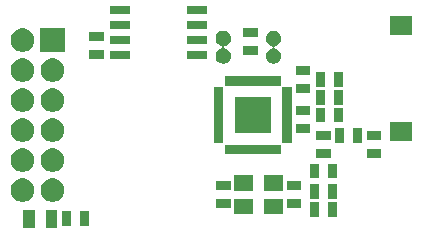
<source format=gbr>
G04 #@! TF.GenerationSoftware,KiCad,Pcbnew,5.0.2*
G04 #@! TF.CreationDate,2020-07-22T00:18:21+02:00*
G04 #@! TF.ProjectId,pmod-wifi-esp32,706d6f64-2d77-4696-9669-2d6573703332,1*
G04 #@! TF.SameCoordinates,Original*
G04 #@! TF.FileFunction,Soldermask,Top*
G04 #@! TF.FilePolarity,Negative*
%FSLAX46Y46*%
G04 Gerber Fmt 4.6, Leading zero omitted, Abs format (unit mm)*
G04 Created by KiCad (PCBNEW 5.0.2) date mer. 22 juil. 2020 00:18:21 CEST*
%MOMM*%
%LPD*%
G01*
G04 APERTURE LIST*
%ADD10C,0.100000*%
G04 APERTURE END LIST*
D10*
G36*
X136448000Y-114549500D02*
X135457000Y-114549500D01*
X135457000Y-113050500D01*
X136448000Y-113050500D01*
X136448000Y-114549500D01*
X136448000Y-114549500D01*
G37*
G36*
X134543000Y-114549500D02*
X133552000Y-114549500D01*
X133552000Y-113050500D01*
X134543000Y-113050500D01*
X134543000Y-114549500D01*
X134543000Y-114549500D01*
G37*
G36*
X137606500Y-114372500D02*
X136869500Y-114372500D01*
X136869500Y-113127500D01*
X137606500Y-113127500D01*
X137606500Y-114372500D01*
X137606500Y-114372500D01*
G37*
G36*
X139130500Y-114372500D02*
X138393500Y-114372500D01*
X138393500Y-113127500D01*
X139130500Y-113127500D01*
X139130500Y-114372500D01*
X139130500Y-114372500D01*
G37*
G36*
X158606500Y-113622500D02*
X157869500Y-113622500D01*
X157869500Y-112377500D01*
X158606500Y-112377500D01*
X158606500Y-113622500D01*
X158606500Y-113622500D01*
G37*
G36*
X160130500Y-113622500D02*
X159393500Y-113622500D01*
X159393500Y-112377500D01*
X160130500Y-112377500D01*
X160130500Y-113622500D01*
X160130500Y-113622500D01*
G37*
G36*
X155551000Y-113401000D02*
X153949000Y-113401000D01*
X153949000Y-112099000D01*
X155551000Y-112099000D01*
X155551000Y-113401000D01*
X155551000Y-113401000D01*
G37*
G36*
X153051000Y-113401000D02*
X151449000Y-113401000D01*
X151449000Y-112099000D01*
X153051000Y-112099000D01*
X153051000Y-113401000D01*
X153051000Y-113401000D01*
G37*
G36*
X151122500Y-112880500D02*
X149877500Y-112880500D01*
X149877500Y-112143500D01*
X151122500Y-112143500D01*
X151122500Y-112880500D01*
X151122500Y-112880500D01*
G37*
G36*
X157122500Y-112880500D02*
X155877500Y-112880500D01*
X155877500Y-112143500D01*
X157122500Y-112143500D01*
X157122500Y-112880500D01*
X157122500Y-112880500D01*
G37*
G36*
X133791981Y-110387468D02*
X133974150Y-110462925D01*
X134138103Y-110572475D01*
X134277525Y-110711897D01*
X134387075Y-110875850D01*
X134462532Y-111058019D01*
X134501000Y-111251410D01*
X134501000Y-111448590D01*
X134462532Y-111641981D01*
X134387075Y-111824150D01*
X134277525Y-111988103D01*
X134138103Y-112127525D01*
X133974150Y-112237075D01*
X133791981Y-112312532D01*
X133598590Y-112351000D01*
X133401410Y-112351000D01*
X133208019Y-112312532D01*
X133025850Y-112237075D01*
X132861897Y-112127525D01*
X132722475Y-111988103D01*
X132612925Y-111824150D01*
X132537468Y-111641981D01*
X132499000Y-111448590D01*
X132499000Y-111251410D01*
X132537468Y-111058019D01*
X132612925Y-110875850D01*
X132722475Y-110711897D01*
X132861897Y-110572475D01*
X133025850Y-110462925D01*
X133208019Y-110387468D01*
X133401410Y-110349000D01*
X133598590Y-110349000D01*
X133791981Y-110387468D01*
X133791981Y-110387468D01*
G37*
G36*
X136331981Y-110387468D02*
X136514150Y-110462925D01*
X136678103Y-110572475D01*
X136817525Y-110711897D01*
X136927075Y-110875850D01*
X137002532Y-111058019D01*
X137041000Y-111251410D01*
X137041000Y-111448590D01*
X137002532Y-111641981D01*
X136927075Y-111824150D01*
X136817525Y-111988103D01*
X136678103Y-112127525D01*
X136514150Y-112237075D01*
X136331981Y-112312532D01*
X136138590Y-112351000D01*
X135941410Y-112351000D01*
X135748019Y-112312532D01*
X135565850Y-112237075D01*
X135401897Y-112127525D01*
X135262475Y-111988103D01*
X135152925Y-111824150D01*
X135077468Y-111641981D01*
X135039000Y-111448590D01*
X135039000Y-111251410D01*
X135077468Y-111058019D01*
X135152925Y-110875850D01*
X135262475Y-110711897D01*
X135401897Y-110572475D01*
X135565850Y-110462925D01*
X135748019Y-110387468D01*
X135941410Y-110349000D01*
X136138590Y-110349000D01*
X136331981Y-110387468D01*
X136331981Y-110387468D01*
G37*
G36*
X158606500Y-112122500D02*
X157869500Y-112122500D01*
X157869500Y-110877500D01*
X158606500Y-110877500D01*
X158606500Y-112122500D01*
X158606500Y-112122500D01*
G37*
G36*
X160130500Y-112122500D02*
X159393500Y-112122500D01*
X159393500Y-110877500D01*
X160130500Y-110877500D01*
X160130500Y-112122500D01*
X160130500Y-112122500D01*
G37*
G36*
X153051000Y-111401000D02*
X151449000Y-111401000D01*
X151449000Y-110099000D01*
X153051000Y-110099000D01*
X153051000Y-111401000D01*
X153051000Y-111401000D01*
G37*
G36*
X155551000Y-111401000D02*
X153949000Y-111401000D01*
X153949000Y-110099000D01*
X155551000Y-110099000D01*
X155551000Y-111401000D01*
X155551000Y-111401000D01*
G37*
G36*
X151122500Y-111356500D02*
X149877500Y-111356500D01*
X149877500Y-110619500D01*
X151122500Y-110619500D01*
X151122500Y-111356500D01*
X151122500Y-111356500D01*
G37*
G36*
X157122500Y-111356500D02*
X155877500Y-111356500D01*
X155877500Y-110619500D01*
X157122500Y-110619500D01*
X157122500Y-111356500D01*
X157122500Y-111356500D01*
G37*
G36*
X158606500Y-110372500D02*
X157869500Y-110372500D01*
X157869500Y-109127500D01*
X158606500Y-109127500D01*
X158606500Y-110372500D01*
X158606500Y-110372500D01*
G37*
G36*
X160130500Y-110372500D02*
X159393500Y-110372500D01*
X159393500Y-109127500D01*
X160130500Y-109127500D01*
X160130500Y-110372500D01*
X160130500Y-110372500D01*
G37*
G36*
X136331981Y-107847468D02*
X136514150Y-107922925D01*
X136678103Y-108032475D01*
X136817525Y-108171897D01*
X136927075Y-108335850D01*
X137002532Y-108518019D01*
X137041000Y-108711410D01*
X137041000Y-108908590D01*
X137002532Y-109101981D01*
X136927075Y-109284150D01*
X136817525Y-109448103D01*
X136678103Y-109587525D01*
X136514150Y-109697075D01*
X136331981Y-109772532D01*
X136138590Y-109811000D01*
X135941410Y-109811000D01*
X135748019Y-109772532D01*
X135565850Y-109697075D01*
X135401897Y-109587525D01*
X135262475Y-109448103D01*
X135152925Y-109284150D01*
X135077468Y-109101981D01*
X135039000Y-108908590D01*
X135039000Y-108711410D01*
X135077468Y-108518019D01*
X135152925Y-108335850D01*
X135262475Y-108171897D01*
X135401897Y-108032475D01*
X135565850Y-107922925D01*
X135748019Y-107847468D01*
X135941410Y-107809000D01*
X136138590Y-107809000D01*
X136331981Y-107847468D01*
X136331981Y-107847468D01*
G37*
G36*
X133791981Y-107847468D02*
X133974150Y-107922925D01*
X134138103Y-108032475D01*
X134277525Y-108171897D01*
X134387075Y-108335850D01*
X134462532Y-108518019D01*
X134501000Y-108711410D01*
X134501000Y-108908590D01*
X134462532Y-109101981D01*
X134387075Y-109284150D01*
X134277525Y-109448103D01*
X134138103Y-109587525D01*
X133974150Y-109697075D01*
X133791981Y-109772532D01*
X133598590Y-109811000D01*
X133401410Y-109811000D01*
X133208019Y-109772532D01*
X133025850Y-109697075D01*
X132861897Y-109587525D01*
X132722475Y-109448103D01*
X132612925Y-109284150D01*
X132537468Y-109101981D01*
X132499000Y-108908590D01*
X132499000Y-108711410D01*
X132537468Y-108518019D01*
X132612925Y-108335850D01*
X132722475Y-108171897D01*
X132861897Y-108032475D01*
X133025850Y-107922925D01*
X133208019Y-107847468D01*
X133401410Y-107809000D01*
X133598590Y-107809000D01*
X133791981Y-107847468D01*
X133791981Y-107847468D01*
G37*
G36*
X163872500Y-108630500D02*
X162627500Y-108630500D01*
X162627500Y-107893500D01*
X163872500Y-107893500D01*
X163872500Y-108630500D01*
X163872500Y-108630500D01*
G37*
G36*
X159622500Y-108630500D02*
X158377500Y-108630500D01*
X158377500Y-107893500D01*
X159622500Y-107893500D01*
X159622500Y-108630500D01*
X159622500Y-108630500D01*
G37*
G36*
X155350000Y-108300000D02*
X150650000Y-108300000D01*
X150650000Y-107500000D01*
X155350000Y-107500000D01*
X155350000Y-108300000D01*
X155350000Y-108300000D01*
G37*
G36*
X160726500Y-107372500D02*
X159989500Y-107372500D01*
X159989500Y-106127500D01*
X160726500Y-106127500D01*
X160726500Y-107372500D01*
X160726500Y-107372500D01*
G37*
G36*
X162250500Y-107372500D02*
X161513500Y-107372500D01*
X161513500Y-106127500D01*
X162250500Y-106127500D01*
X162250500Y-107372500D01*
X162250500Y-107372500D01*
G37*
G36*
X150500000Y-107350000D02*
X149700000Y-107350000D01*
X149700000Y-102650000D01*
X150500000Y-102650000D01*
X150500000Y-107350000D01*
X150500000Y-107350000D01*
G37*
G36*
X156300000Y-107350000D02*
X155500000Y-107350000D01*
X155500000Y-102650000D01*
X156300000Y-102650000D01*
X156300000Y-107350000D01*
X156300000Y-107350000D01*
G37*
G36*
X133791981Y-105307468D02*
X133974150Y-105382925D01*
X134138103Y-105492475D01*
X134277525Y-105631897D01*
X134387075Y-105795850D01*
X134462532Y-105978019D01*
X134501000Y-106171410D01*
X134501000Y-106368590D01*
X134462532Y-106561981D01*
X134387075Y-106744150D01*
X134277525Y-106908103D01*
X134138103Y-107047525D01*
X133974150Y-107157075D01*
X133791981Y-107232532D01*
X133598590Y-107271000D01*
X133401410Y-107271000D01*
X133208019Y-107232532D01*
X133025850Y-107157075D01*
X132861897Y-107047525D01*
X132722475Y-106908103D01*
X132612925Y-106744150D01*
X132537468Y-106561981D01*
X132499000Y-106368590D01*
X132499000Y-106171410D01*
X132537468Y-105978019D01*
X132612925Y-105795850D01*
X132722475Y-105631897D01*
X132861897Y-105492475D01*
X133025850Y-105382925D01*
X133208019Y-105307468D01*
X133401410Y-105269000D01*
X133598590Y-105269000D01*
X133791981Y-105307468D01*
X133791981Y-105307468D01*
G37*
G36*
X136331981Y-105307468D02*
X136514150Y-105382925D01*
X136678103Y-105492475D01*
X136817525Y-105631897D01*
X136927075Y-105795850D01*
X137002532Y-105978019D01*
X137041000Y-106171410D01*
X137041000Y-106368590D01*
X137002532Y-106561981D01*
X136927075Y-106744150D01*
X136817525Y-106908103D01*
X136678103Y-107047525D01*
X136514150Y-107157075D01*
X136331981Y-107232532D01*
X136138590Y-107271000D01*
X135941410Y-107271000D01*
X135748019Y-107232532D01*
X135565850Y-107157075D01*
X135401897Y-107047525D01*
X135262475Y-106908103D01*
X135152925Y-106744150D01*
X135077468Y-106561981D01*
X135039000Y-106368590D01*
X135039000Y-106171410D01*
X135077468Y-105978019D01*
X135152925Y-105795850D01*
X135262475Y-105631897D01*
X135401897Y-105492475D01*
X135565850Y-105382925D01*
X135748019Y-105307468D01*
X135941410Y-105269000D01*
X136138590Y-105269000D01*
X136331981Y-105307468D01*
X136331981Y-105307468D01*
G37*
G36*
X166501000Y-107201000D02*
X164599000Y-107201000D01*
X164599000Y-105599000D01*
X166501000Y-105599000D01*
X166501000Y-107201000D01*
X166501000Y-107201000D01*
G37*
G36*
X159622500Y-107106500D02*
X158377500Y-107106500D01*
X158377500Y-106369500D01*
X159622500Y-106369500D01*
X159622500Y-107106500D01*
X159622500Y-107106500D01*
G37*
G36*
X163872500Y-107106500D02*
X162627500Y-107106500D01*
X162627500Y-106369500D01*
X163872500Y-106369500D01*
X163872500Y-107106500D01*
X163872500Y-107106500D01*
G37*
G36*
X157872500Y-106530500D02*
X156627500Y-106530500D01*
X156627500Y-105793500D01*
X157872500Y-105793500D01*
X157872500Y-106530500D01*
X157872500Y-106530500D01*
G37*
G36*
X154525000Y-106525000D02*
X151475000Y-106525000D01*
X151475000Y-103475000D01*
X154525000Y-103475000D01*
X154525000Y-106525000D01*
X154525000Y-106525000D01*
G37*
G36*
X159106500Y-105622500D02*
X158369500Y-105622500D01*
X158369500Y-104377500D01*
X159106500Y-104377500D01*
X159106500Y-105622500D01*
X159106500Y-105622500D01*
G37*
G36*
X160630500Y-105622500D02*
X159893500Y-105622500D01*
X159893500Y-104377500D01*
X160630500Y-104377500D01*
X160630500Y-105622500D01*
X160630500Y-105622500D01*
G37*
G36*
X157872500Y-105006500D02*
X156627500Y-105006500D01*
X156627500Y-104269500D01*
X157872500Y-104269500D01*
X157872500Y-105006500D01*
X157872500Y-105006500D01*
G37*
G36*
X136331981Y-102767468D02*
X136514150Y-102842925D01*
X136678103Y-102952475D01*
X136817525Y-103091897D01*
X136927075Y-103255850D01*
X137002532Y-103438019D01*
X137041000Y-103631410D01*
X137041000Y-103828590D01*
X137002532Y-104021981D01*
X136927075Y-104204150D01*
X136817525Y-104368103D01*
X136678103Y-104507525D01*
X136514150Y-104617075D01*
X136331981Y-104692532D01*
X136138590Y-104731000D01*
X135941410Y-104731000D01*
X135748019Y-104692532D01*
X135565850Y-104617075D01*
X135401897Y-104507525D01*
X135262475Y-104368103D01*
X135152925Y-104204150D01*
X135077468Y-104021981D01*
X135039000Y-103828590D01*
X135039000Y-103631410D01*
X135077468Y-103438019D01*
X135152925Y-103255850D01*
X135262475Y-103091897D01*
X135401897Y-102952475D01*
X135565850Y-102842925D01*
X135748019Y-102767468D01*
X135941410Y-102729000D01*
X136138590Y-102729000D01*
X136331981Y-102767468D01*
X136331981Y-102767468D01*
G37*
G36*
X133791981Y-102767468D02*
X133974150Y-102842925D01*
X134138103Y-102952475D01*
X134277525Y-103091897D01*
X134387075Y-103255850D01*
X134462532Y-103438019D01*
X134501000Y-103631410D01*
X134501000Y-103828590D01*
X134462532Y-104021981D01*
X134387075Y-104204150D01*
X134277525Y-104368103D01*
X134138103Y-104507525D01*
X133974150Y-104617075D01*
X133791981Y-104692532D01*
X133598590Y-104731000D01*
X133401410Y-104731000D01*
X133208019Y-104692532D01*
X133025850Y-104617075D01*
X132861897Y-104507525D01*
X132722475Y-104368103D01*
X132612925Y-104204150D01*
X132537468Y-104021981D01*
X132499000Y-103828590D01*
X132499000Y-103631410D01*
X132537468Y-103438019D01*
X132612925Y-103255850D01*
X132722475Y-103091897D01*
X132861897Y-102952475D01*
X133025850Y-102842925D01*
X133208019Y-102767468D01*
X133401410Y-102729000D01*
X133598590Y-102729000D01*
X133791981Y-102767468D01*
X133791981Y-102767468D01*
G37*
G36*
X160630500Y-104122500D02*
X159893500Y-104122500D01*
X159893500Y-102877500D01*
X160630500Y-102877500D01*
X160630500Y-104122500D01*
X160630500Y-104122500D01*
G37*
G36*
X159106500Y-104122500D02*
X158369500Y-104122500D01*
X158369500Y-102877500D01*
X159106500Y-102877500D01*
X159106500Y-104122500D01*
X159106500Y-104122500D01*
G37*
G36*
X157872500Y-103130500D02*
X156627500Y-103130500D01*
X156627500Y-102393500D01*
X157872500Y-102393500D01*
X157872500Y-103130500D01*
X157872500Y-103130500D01*
G37*
G36*
X159106500Y-102622500D02*
X158369500Y-102622500D01*
X158369500Y-101377500D01*
X159106500Y-101377500D01*
X159106500Y-102622500D01*
X159106500Y-102622500D01*
G37*
G36*
X160630500Y-102622500D02*
X159893500Y-102622500D01*
X159893500Y-101377500D01*
X160630500Y-101377500D01*
X160630500Y-102622500D01*
X160630500Y-102622500D01*
G37*
G36*
X155350000Y-102500000D02*
X150650000Y-102500000D01*
X150650000Y-101700000D01*
X155350000Y-101700000D01*
X155350000Y-102500000D01*
X155350000Y-102500000D01*
G37*
G36*
X133791981Y-100227468D02*
X133974150Y-100302925D01*
X134138103Y-100412475D01*
X134277525Y-100551897D01*
X134387075Y-100715850D01*
X134462532Y-100898019D01*
X134501000Y-101091410D01*
X134501000Y-101288590D01*
X134462532Y-101481981D01*
X134387075Y-101664150D01*
X134277525Y-101828103D01*
X134138103Y-101967525D01*
X133974150Y-102077075D01*
X133791981Y-102152532D01*
X133598590Y-102191000D01*
X133401410Y-102191000D01*
X133208019Y-102152532D01*
X133025850Y-102077075D01*
X132861897Y-101967525D01*
X132722475Y-101828103D01*
X132612925Y-101664150D01*
X132537468Y-101481981D01*
X132499000Y-101288590D01*
X132499000Y-101091410D01*
X132537468Y-100898019D01*
X132612925Y-100715850D01*
X132722475Y-100551897D01*
X132861897Y-100412475D01*
X133025850Y-100302925D01*
X133208019Y-100227468D01*
X133401410Y-100189000D01*
X133598590Y-100189000D01*
X133791981Y-100227468D01*
X133791981Y-100227468D01*
G37*
G36*
X136331981Y-100227468D02*
X136514150Y-100302925D01*
X136678103Y-100412475D01*
X136817525Y-100551897D01*
X136927075Y-100715850D01*
X137002532Y-100898019D01*
X137041000Y-101091410D01*
X137041000Y-101288590D01*
X137002532Y-101481981D01*
X136927075Y-101664150D01*
X136817525Y-101828103D01*
X136678103Y-101967525D01*
X136514150Y-102077075D01*
X136331981Y-102152532D01*
X136138590Y-102191000D01*
X135941410Y-102191000D01*
X135748019Y-102152532D01*
X135565850Y-102077075D01*
X135401897Y-101967525D01*
X135262475Y-101828103D01*
X135152925Y-101664150D01*
X135077468Y-101481981D01*
X135039000Y-101288590D01*
X135039000Y-101091410D01*
X135077468Y-100898019D01*
X135152925Y-100715850D01*
X135262475Y-100551897D01*
X135401897Y-100412475D01*
X135565850Y-100302925D01*
X135748019Y-100227468D01*
X135941410Y-100189000D01*
X136138590Y-100189000D01*
X136331981Y-100227468D01*
X136331981Y-100227468D01*
G37*
G36*
X157872500Y-101606500D02*
X156627500Y-101606500D01*
X156627500Y-100869500D01*
X157872500Y-100869500D01*
X157872500Y-101606500D01*
X157872500Y-101606500D01*
G37*
G36*
X150689726Y-97874556D02*
X150808099Y-97923587D01*
X150914634Y-97994772D01*
X151005228Y-98085366D01*
X151076413Y-98191901D01*
X151125444Y-98310274D01*
X151150440Y-98435937D01*
X151150440Y-98564063D01*
X151125444Y-98689726D01*
X151076413Y-98808099D01*
X151005228Y-98914634D01*
X150914634Y-99005228D01*
X150808099Y-99076413D01*
X150692850Y-99124150D01*
X150689726Y-99125444D01*
X150679878Y-99127403D01*
X150656432Y-99134515D01*
X150634822Y-99146066D01*
X150615879Y-99161612D01*
X150600334Y-99180554D01*
X150588783Y-99202165D01*
X150581670Y-99225614D01*
X150579268Y-99250000D01*
X150581670Y-99274387D01*
X150588783Y-99297836D01*
X150600334Y-99319446D01*
X150615880Y-99338389D01*
X150634822Y-99353934D01*
X150656433Y-99365485D01*
X150679878Y-99372597D01*
X150689726Y-99374556D01*
X150808099Y-99423587D01*
X150914634Y-99494772D01*
X151005228Y-99585366D01*
X151076413Y-99691901D01*
X151125444Y-99810274D01*
X151150440Y-99935937D01*
X151150440Y-100064063D01*
X151125444Y-100189726D01*
X151076413Y-100308099D01*
X151005228Y-100414634D01*
X150914634Y-100505228D01*
X150808099Y-100576413D01*
X150689726Y-100625444D01*
X150564063Y-100650440D01*
X150435937Y-100650440D01*
X150310274Y-100625444D01*
X150191901Y-100576413D01*
X150085366Y-100505228D01*
X149994772Y-100414634D01*
X149923587Y-100308099D01*
X149874556Y-100189726D01*
X149849560Y-100064063D01*
X149849560Y-99935937D01*
X149874556Y-99810274D01*
X149923587Y-99691901D01*
X149994772Y-99585366D01*
X150085366Y-99494772D01*
X150191901Y-99423587D01*
X150310274Y-99374556D01*
X150320122Y-99372597D01*
X150343568Y-99365485D01*
X150365178Y-99353934D01*
X150384121Y-99338388D01*
X150399666Y-99319446D01*
X150411217Y-99297835D01*
X150418330Y-99274386D01*
X150420732Y-99250000D01*
X150418330Y-99225613D01*
X150411217Y-99202164D01*
X150399666Y-99180554D01*
X150384120Y-99161611D01*
X150365178Y-99146066D01*
X150343567Y-99134515D01*
X150320122Y-99127403D01*
X150310274Y-99125444D01*
X150307150Y-99124150D01*
X150191901Y-99076413D01*
X150085366Y-99005228D01*
X149994772Y-98914634D01*
X149923587Y-98808099D01*
X149874556Y-98689726D01*
X149849560Y-98564063D01*
X149849560Y-98435937D01*
X149874556Y-98310274D01*
X149923587Y-98191901D01*
X149994772Y-98085366D01*
X150085366Y-97994772D01*
X150191901Y-97923587D01*
X150310274Y-97874556D01*
X150435937Y-97849560D01*
X150564063Y-97849560D01*
X150689726Y-97874556D01*
X150689726Y-97874556D01*
G37*
G36*
X154939726Y-97874556D02*
X155058099Y-97923587D01*
X155164634Y-97994772D01*
X155255228Y-98085366D01*
X155326413Y-98191901D01*
X155375444Y-98310274D01*
X155400440Y-98435937D01*
X155400440Y-98564063D01*
X155375444Y-98689726D01*
X155326413Y-98808099D01*
X155255228Y-98914634D01*
X155164634Y-99005228D01*
X155058099Y-99076413D01*
X154942850Y-99124150D01*
X154939726Y-99125444D01*
X154929878Y-99127403D01*
X154906432Y-99134515D01*
X154884822Y-99146066D01*
X154865879Y-99161612D01*
X154850334Y-99180554D01*
X154838783Y-99202165D01*
X154831670Y-99225614D01*
X154829268Y-99250000D01*
X154831670Y-99274387D01*
X154838783Y-99297836D01*
X154850334Y-99319446D01*
X154865880Y-99338389D01*
X154884822Y-99353934D01*
X154906433Y-99365485D01*
X154929878Y-99372597D01*
X154939726Y-99374556D01*
X155058099Y-99423587D01*
X155164634Y-99494772D01*
X155255228Y-99585366D01*
X155326413Y-99691901D01*
X155375444Y-99810274D01*
X155400440Y-99935937D01*
X155400440Y-100064063D01*
X155375444Y-100189726D01*
X155326413Y-100308099D01*
X155255228Y-100414634D01*
X155164634Y-100505228D01*
X155058099Y-100576413D01*
X154939726Y-100625444D01*
X154814063Y-100650440D01*
X154685937Y-100650440D01*
X154560274Y-100625444D01*
X154441901Y-100576413D01*
X154335366Y-100505228D01*
X154244772Y-100414634D01*
X154173587Y-100308099D01*
X154124556Y-100189726D01*
X154099560Y-100064063D01*
X154099560Y-99935937D01*
X154124556Y-99810274D01*
X154173587Y-99691901D01*
X154244772Y-99585366D01*
X154335366Y-99494772D01*
X154441901Y-99423587D01*
X154560274Y-99374556D01*
X154570122Y-99372597D01*
X154593568Y-99365485D01*
X154615178Y-99353934D01*
X154634121Y-99338388D01*
X154649666Y-99319446D01*
X154661217Y-99297835D01*
X154668330Y-99274386D01*
X154670732Y-99250000D01*
X154668330Y-99225613D01*
X154661217Y-99202164D01*
X154649666Y-99180554D01*
X154634120Y-99161611D01*
X154615178Y-99146066D01*
X154593567Y-99134515D01*
X154570122Y-99127403D01*
X154560274Y-99125444D01*
X154557150Y-99124150D01*
X154441901Y-99076413D01*
X154335366Y-99005228D01*
X154244772Y-98914634D01*
X154173587Y-98808099D01*
X154124556Y-98689726D01*
X154099560Y-98564063D01*
X154099560Y-98435937D01*
X154124556Y-98310274D01*
X154173587Y-98191901D01*
X154244772Y-98085366D01*
X154335366Y-97994772D01*
X154441901Y-97923587D01*
X154560274Y-97874556D01*
X154685937Y-97849560D01*
X154814063Y-97849560D01*
X154939726Y-97874556D01*
X154939726Y-97874556D01*
G37*
G36*
X140372500Y-100270500D02*
X139127500Y-100270500D01*
X139127500Y-99533500D01*
X140372500Y-99533500D01*
X140372500Y-100270500D01*
X140372500Y-100270500D01*
G37*
G36*
X149101000Y-100231000D02*
X147399000Y-100231000D01*
X147399000Y-99579000D01*
X149101000Y-99579000D01*
X149101000Y-100231000D01*
X149101000Y-100231000D01*
G37*
G36*
X142601000Y-100231000D02*
X140899000Y-100231000D01*
X140899000Y-99579000D01*
X142601000Y-99579000D01*
X142601000Y-100231000D01*
X142601000Y-100231000D01*
G37*
G36*
X153422500Y-99880500D02*
X152177500Y-99880500D01*
X152177500Y-99143500D01*
X153422500Y-99143500D01*
X153422500Y-99880500D01*
X153422500Y-99880500D01*
G37*
G36*
X133791981Y-97687468D02*
X133974150Y-97762925D01*
X134138103Y-97872475D01*
X134277525Y-98011897D01*
X134387075Y-98175850D01*
X134462532Y-98358019D01*
X134501000Y-98551410D01*
X134501000Y-98748590D01*
X134462532Y-98941981D01*
X134387075Y-99124150D01*
X134277525Y-99288103D01*
X134138103Y-99427525D01*
X133974150Y-99537075D01*
X133872934Y-99579000D01*
X133791981Y-99612532D01*
X133598590Y-99651000D01*
X133401410Y-99651000D01*
X133208019Y-99612532D01*
X133127066Y-99579000D01*
X133025850Y-99537075D01*
X132861897Y-99427525D01*
X132722475Y-99288103D01*
X132612925Y-99124150D01*
X132537468Y-98941981D01*
X132499000Y-98748590D01*
X132499000Y-98551410D01*
X132537468Y-98358019D01*
X132612925Y-98175850D01*
X132722475Y-98011897D01*
X132861897Y-97872475D01*
X133025850Y-97762925D01*
X133208019Y-97687468D01*
X133401410Y-97649000D01*
X133598590Y-97649000D01*
X133791981Y-97687468D01*
X133791981Y-97687468D01*
G37*
G36*
X137091000Y-99651000D02*
X134989000Y-99651000D01*
X134989000Y-97649000D01*
X137091000Y-97649000D01*
X137091000Y-99651000D01*
X137091000Y-99651000D01*
G37*
G36*
X149101000Y-98961000D02*
X147399000Y-98961000D01*
X147399000Y-98309000D01*
X149101000Y-98309000D01*
X149101000Y-98961000D01*
X149101000Y-98961000D01*
G37*
G36*
X142601000Y-98961000D02*
X140899000Y-98961000D01*
X140899000Y-98309000D01*
X142601000Y-98309000D01*
X142601000Y-98961000D01*
X142601000Y-98961000D01*
G37*
G36*
X140372500Y-98746500D02*
X139127500Y-98746500D01*
X139127500Y-98009500D01*
X140372500Y-98009500D01*
X140372500Y-98746500D01*
X140372500Y-98746500D01*
G37*
G36*
X153422500Y-98356500D02*
X152177500Y-98356500D01*
X152177500Y-97619500D01*
X153422500Y-97619500D01*
X153422500Y-98356500D01*
X153422500Y-98356500D01*
G37*
G36*
X166501000Y-98201000D02*
X164599000Y-98201000D01*
X164599000Y-96599000D01*
X166501000Y-96599000D01*
X166501000Y-98201000D01*
X166501000Y-98201000D01*
G37*
G36*
X149101000Y-97691000D02*
X147399000Y-97691000D01*
X147399000Y-97039000D01*
X149101000Y-97039000D01*
X149101000Y-97691000D01*
X149101000Y-97691000D01*
G37*
G36*
X142601000Y-97691000D02*
X140899000Y-97691000D01*
X140899000Y-97039000D01*
X142601000Y-97039000D01*
X142601000Y-97691000D01*
X142601000Y-97691000D01*
G37*
G36*
X149101000Y-96421000D02*
X147399000Y-96421000D01*
X147399000Y-95769000D01*
X149101000Y-95769000D01*
X149101000Y-96421000D01*
X149101000Y-96421000D01*
G37*
G36*
X142601000Y-96421000D02*
X140899000Y-96421000D01*
X140899000Y-95769000D01*
X142601000Y-95769000D01*
X142601000Y-96421000D01*
X142601000Y-96421000D01*
G37*
M02*

</source>
